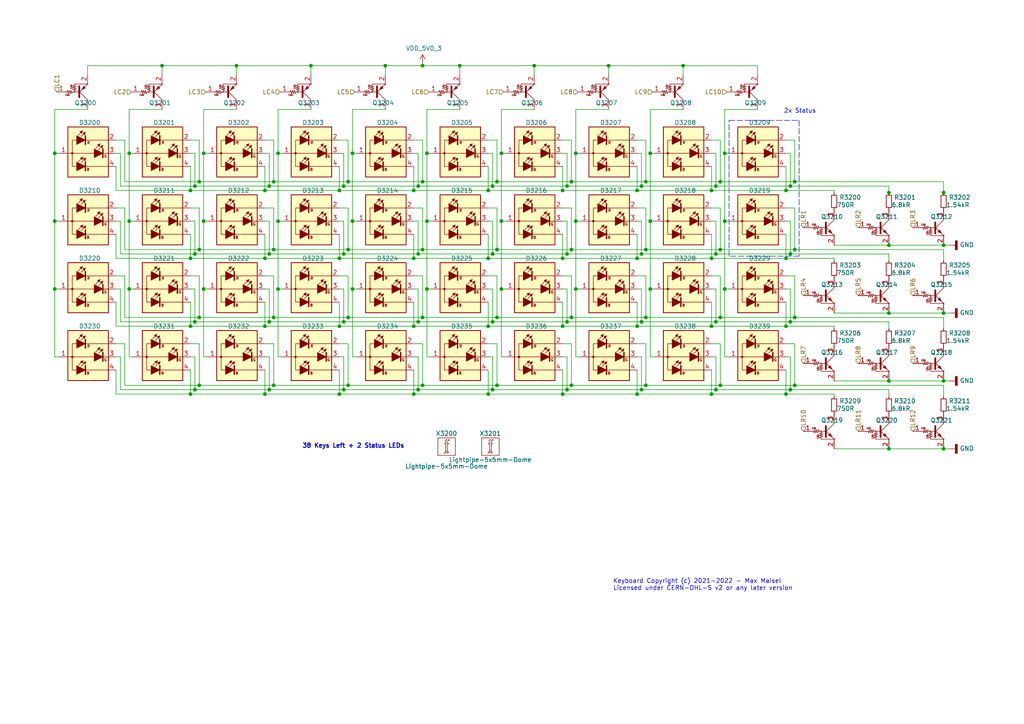
<source format=kicad_sch>
(kicad_sch (version 20211123) (generator eeschema)
  (paper "A4")
  (junction (at 208.915 111.76))
  (junction (at 165.735 52.705))
  (junction (at 184.785 74.93))
  (junction (at 184.785 114.3))
  (junction (at 186.055 93.345))
  (junction (at 257.81 130.175))
  (junction (at 80.645 64.135))
  (junction (at 257.81 110.49))
  (junction (at 120.015 114.3))
  (junction (at 122.555 111.76))
  (junction (at 227.965 55.245))
  (junction (at 79.375 92.075))
  (junction (at 206.375 74.93))
  (junction (at 56.515 113.03))
  (junction (at 100.965 111.76))
  (junction (at 99.695 53.975))
  (junction (at 167.005 83.82))
  (junction (at 165.735 72.39))
  (junction (at 145.415 64.135))
  (junction (at 207.645 53.975))
  (junction (at 120.015 55.245))
  (junction (at 144.145 52.705))
  (junction (at 187.325 111.76))
  (junction (at 142.875 53.975))
  (junction (at 122.555 92.075))
  (junction (at 187.325 92.075))
  (junction (at 257.81 71.12))
  (junction (at 230.505 92.075))
  (junction (at 165.735 92.075))
  (junction (at 229.235 73.66))
  (junction (at 79.375 52.705))
  (junction (at 208.915 92.075))
  (junction (at 55.245 94.615))
  (junction (at 121.285 93.345))
  (junction (at 15.875 64.135))
  (junction (at 206.375 55.245))
  (junction (at 164.465 93.345))
  (junction (at 145.415 83.82))
  (junction (at 188.595 83.82))
  (junction (at 144.145 92.075))
  (junction (at 121.285 113.03))
  (junction (at 46.99 19.05))
  (junction (at 98.425 94.615))
  (junction (at 37.465 44.45))
  (junction (at 76.835 74.93))
  (junction (at 154.94 19.05))
  (junction (at 55.245 114.3))
  (junction (at 207.645 113.03))
  (junction (at 230.505 72.39))
  (junction (at 123.825 44.45))
  (junction (at 142.875 93.345))
  (junction (at 100.965 52.705))
  (junction (at 210.185 83.82))
  (junction (at 55.245 55.245))
  (junction (at 59.055 44.45))
  (junction (at 184.785 94.615))
  (junction (at 78.105 73.66))
  (junction (at 273.685 55.88))
  (junction (at 56.515 73.66))
  (junction (at 55.245 74.93))
  (junction (at 99.695 93.345))
  (junction (at 15.875 44.45))
  (junction (at 76.835 55.245))
  (junction (at 120.015 74.93))
  (junction (at 59.055 83.82))
  (junction (at 184.785 55.245))
  (junction (at 164.465 73.66))
  (junction (at 57.785 52.705))
  (junction (at 111.76 19.05))
  (junction (at 57.785 111.76))
  (junction (at 79.375 72.39))
  (junction (at 187.325 52.705))
  (junction (at 186.055 113.03))
  (junction (at 142.875 73.66))
  (junction (at 79.375 111.76))
  (junction (at 102.235 83.82))
  (junction (at 163.195 55.245))
  (junction (at 145.415 44.45))
  (junction (at 142.875 113.03))
  (junction (at 123.825 83.82))
  (junction (at 120.015 94.615))
  (junction (at 208.915 72.39))
  (junction (at 186.055 53.975))
  (junction (at 99.695 113.03))
  (junction (at 176.53 19.05))
  (junction (at 198.12 19.05))
  (junction (at 206.375 114.3))
  (junction (at 80.645 44.45))
  (junction (at 76.835 94.615))
  (junction (at 99.695 73.66))
  (junction (at 15.875 83.82))
  (junction (at 102.235 64.135))
  (junction (at 123.825 64.135))
  (junction (at 167.005 44.45))
  (junction (at 37.465 83.82))
  (junction (at 68.58 19.05))
  (junction (at 100.965 72.39))
  (junction (at 230.505 52.705))
  (junction (at 121.285 53.975))
  (junction (at 163.195 114.3))
  (junction (at 273.685 90.805))
  (junction (at 98.425 114.3))
  (junction (at 76.835 114.3))
  (junction (at 186.055 73.66))
  (junction (at 78.105 113.03))
  (junction (at 188.595 64.135))
  (junction (at 206.375 94.615))
  (junction (at 229.235 113.03))
  (junction (at 229.235 93.345))
  (junction (at 122.555 72.39))
  (junction (at 80.645 83.82))
  (junction (at 141.605 114.3))
  (junction (at 208.915 52.705))
  (junction (at 165.735 111.76))
  (junction (at 78.105 93.345))
  (junction (at 37.465 64.135))
  (junction (at 210.185 64.135))
  (junction (at 207.645 73.66))
  (junction (at 187.325 72.39))
  (junction (at 57.785 72.39))
  (junction (at 59.055 64.135))
  (junction (at 273.685 130.175))
  (junction (at 210.185 44.45))
  (junction (at 273.685 110.49))
  (junction (at 188.595 44.45))
  (junction (at 164.465 113.03))
  (junction (at 207.645 93.345))
  (junction (at 57.785 92.075))
  (junction (at 56.515 93.345))
  (junction (at 163.195 94.615))
  (junction (at 56.515 53.975))
  (junction (at 257.81 55.88))
  (junction (at 133.35 19.05))
  (junction (at 90.17 19.05))
  (junction (at 229.235 53.975))
  (junction (at 102.235 44.45))
  (junction (at 144.145 72.39))
  (junction (at 144.145 111.76))
  (junction (at 227.965 74.93))
  (junction (at 78.105 53.975))
  (junction (at 141.605 94.615))
  (junction (at 227.965 94.615))
  (junction (at 121.285 73.66))
  (junction (at 163.195 74.93))
  (junction (at 227.965 114.3))
  (junction (at 122.555 52.705))
  (junction (at 100.965 92.075))
  (junction (at 122.555 19.05))
  (junction (at 98.425 74.93))
  (junction (at 230.505 111.76))
  (junction (at 98.425 55.245))
  (junction (at 273.685 71.12))
  (junction (at 141.605 55.245))
  (junction (at 257.81 90.805))
  (junction (at 141.605 74.93))
  (junction (at 167.005 64.135))
  (junction (at 164.465 53.975))
  (wire (pts (xy 55.245 80.01) (xy 57.785 80.01)))
  (wire (pts (xy 273.685 55.88) (xy 273.685 56.515)))
  (wire (pts (xy 122.555 111.76) (xy 144.145 111.76)))
  (wire (pts (xy 167.005 44.45) (xy 167.005 64.135)))
  (wire (pts (xy 76.835 87.63) (xy 76.835 94.615)))
  (wire (pts (xy 33.655 44.45) (xy 34.925 44.45)))
  (wire (pts (xy 167.005 83.82) (xy 167.005 103.505)))
  (wire (pts (xy 163.195 94.615) (xy 184.785 94.615)))
  (wire (pts (xy 76.835 64.135) (xy 78.105 64.135)))
  (wire (pts (xy 188.595 64.135) (xy 188.595 83.82)))
  (wire (pts (xy 241.935 94.615) (xy 241.935 95.25)))
  (wire (pts (xy 56.515 73.66) (xy 78.105 73.66)))
  (wire (pts (xy 121.285 73.66) (xy 142.875 73.66)))
  (wire (pts (xy 15.875 44.45) (xy 15.875 64.135)))
  (wire (pts (xy 165.735 60.325) (xy 163.195 60.325)))
  (wire (pts (xy 187.325 72.39) (xy 208.915 72.39)))
  (wire (pts (xy 275.59 90.805) (xy 273.685 90.805)))
  (wire (pts (xy 98.425 87.63) (xy 98.425 94.615)))
  (wire (pts (xy 120.015 44.45) (xy 121.285 44.45)))
  (wire (pts (xy 123.825 44.45) (xy 123.825 64.135)))
  (wire (pts (xy 211.455 103.505) (xy 210.185 103.505)))
  (wire (pts (xy 146.685 103.505) (xy 145.415 103.505)))
  (wire (pts (xy 57.785 40.64) (xy 57.785 52.705)))
  (wire (pts (xy 208.915 40.64) (xy 208.915 52.705)))
  (wire (pts (xy 122.555 19.05) (xy 133.35 19.05)))
  (wire (pts (xy 103.505 44.45) (xy 102.235 44.45)))
  (wire (pts (xy 206.375 94.615) (xy 227.965 94.615)))
  (wire (pts (xy 144.145 72.39) (xy 165.735 72.39)))
  (wire (pts (xy 164.465 73.66) (xy 186.055 73.66)))
  (wire (pts (xy 55.245 48.26) (xy 55.245 55.245)))
  (wire (pts (xy 33.655 114.3) (xy 55.245 114.3)))
  (wire (pts (xy 188.595 31.75) (xy 198.12 31.75)))
  (wire (pts (xy 99.695 113.03) (xy 121.285 113.03)))
  (wire (pts (xy 33.655 48.26) (xy 33.655 55.245)))
  (wire (pts (xy 163.195 48.26) (xy 163.195 55.245)))
  (wire (pts (xy 100.965 92.075) (xy 122.555 92.075)))
  (wire (pts (xy 187.325 80.01) (xy 187.325 92.075)))
  (wire (pts (xy 76.835 114.3) (xy 98.425 114.3)))
  (wire (pts (xy 78.105 53.975) (xy 56.515 53.975)))
  (wire (pts (xy 186.055 83.82) (xy 186.055 93.345)))
  (wire (pts (xy 55.245 40.64) (xy 57.785 40.64)))
  (wire (pts (xy 34.925 103.505) (xy 33.655 103.505)))
  (wire (pts (xy 186.055 44.45) (xy 186.055 53.975)))
  (wire (pts (xy 76.835 99.695) (xy 79.375 99.695)))
  (wire (pts (xy 123.825 31.75) (xy 133.35 31.75)))
  (wire (pts (xy 208.915 60.325) (xy 208.915 72.39)))
  (wire (pts (xy 184.785 107.315) (xy 184.785 114.3)))
  (wire (pts (xy 79.375 111.76) (xy 100.965 111.76)))
  (wire (pts (xy 37.465 64.135) (xy 37.465 83.82)))
  (wire (pts (xy 55.245 67.945) (xy 55.245 74.93)))
  (wire (pts (xy 273.685 90.805) (xy 257.81 90.805)))
  (wire (pts (xy 98.425 48.26) (xy 98.425 55.245)))
  (wire (pts (xy 208.915 80.01) (xy 208.915 92.075)))
  (wire (pts (xy 120.015 107.315) (xy 120.015 114.3)))
  (wire (pts (xy 38.735 64.135) (xy 37.465 64.135)))
  (wire (pts (xy 76.835 67.945) (xy 76.835 74.93)))
  (wire (pts (xy 219.71 19.05) (xy 219.71 21.59)))
  (wire (pts (xy 68.58 19.05) (xy 90.17 19.05)))
  (wire (pts (xy 120.015 87.63) (xy 120.015 94.615)))
  (wire (pts (xy 76.835 48.26) (xy 76.835 55.245)))
  (wire (pts (xy 167.005 31.75) (xy 167.005 44.45)))
  (polyline (pts (xy 231.775 74.295) (xy 211.455 74.295)))
  (wire (pts (xy 59.055 31.75) (xy 59.055 44.45)))
  (wire (pts (xy 163.195 44.45) (xy 164.465 44.45)))
  (wire (pts (xy 38.735 103.505) (xy 37.465 103.505)))
  (wire (pts (xy 78.105 53.975) (xy 78.105 44.45)))
  (wire (pts (xy 81.915 83.82) (xy 80.645 83.82)))
  (wire (pts (xy 227.965 55.245) (xy 241.935 55.245)))
  (wire (pts (xy 79.375 72.39) (xy 57.785 72.39)))
  (wire (pts (xy 144.145 99.695) (xy 141.605 99.695)))
  (wire (pts (xy 99.695 103.505) (xy 98.425 103.505)))
  (wire (pts (xy 164.465 103.505) (xy 163.195 103.505)))
  (wire (pts (xy 133.35 19.05) (xy 154.94 19.05)))
  (wire (pts (xy 210.185 31.75) (xy 210.185 44.45)))
  (wire (pts (xy 142.875 93.345) (xy 164.465 93.345)))
  (wire (pts (xy 78.105 73.66) (xy 99.695 73.66)))
  (wire (pts (xy 125.095 103.505) (xy 123.825 103.505)))
  (wire (pts (xy 208.915 92.075) (xy 230.505 92.075)))
  (wire (pts (xy 164.465 83.82) (xy 163.195 83.82)))
  (wire (pts (xy 59.055 64.135) (xy 59.055 83.82)))
  (wire (pts (xy 164.465 64.135) (xy 164.465 73.66)))
  (wire (pts (xy 146.685 83.82) (xy 145.415 83.82)))
  (polyline (pts (xy 211.455 34.925) (xy 231.775 34.925)))
  (wire (pts (xy 55.245 64.135) (xy 56.515 64.135)))
  (wire (pts (xy 230.505 92.075) (xy 273.685 92.075)))
  (wire (pts (xy 141.605 114.3) (xy 163.195 114.3)))
  (wire (pts (xy 78.105 83.82) (xy 78.105 93.345)))
  (wire (pts (xy 81.915 44.45) (xy 80.645 44.45)))
  (wire (pts (xy 257.81 113.03) (xy 229.235 113.03)))
  (wire (pts (xy 206.375 67.945) (xy 206.375 74.93)))
  (wire (pts (xy 206.375 74.93) (xy 227.965 74.93)))
  (wire (pts (xy 98.425 107.315) (xy 98.425 114.3)))
  (wire (pts (xy 189.865 64.135) (xy 188.595 64.135)))
  (wire (pts (xy 98.425 60.325) (xy 100.965 60.325)))
  (wire (pts (xy 141.605 40.64) (xy 144.145 40.64)))
  (wire (pts (xy 57.785 99.695) (xy 57.785 111.76)))
  (wire (pts (xy 141.605 64.135) (xy 142.875 64.135)))
  (wire (pts (xy 241.935 114.3) (xy 241.935 114.935)))
  (wire (pts (xy 186.055 64.135) (xy 186.055 73.66)))
  (wire (pts (xy 111.76 19.05) (xy 122.555 19.05)))
  (wire (pts (xy 145.415 44.45) (xy 145.415 64.135)))
  (wire (pts (xy 142.875 103.505) (xy 141.605 103.505)))
  (wire (pts (xy 34.925 113.03) (xy 34.925 103.505)))
  (wire (pts (xy 206.375 83.82) (xy 207.645 83.82)))
  (wire (pts (xy 122.555 99.695) (xy 122.555 111.76)))
  (wire (pts (xy 100.965 99.695) (xy 100.965 111.76)))
  (wire (pts (xy 102.235 31.75) (xy 102.235 44.45)))
  (wire (pts (xy 125.095 83.82) (xy 123.825 83.82)))
  (wire (pts (xy 142.875 83.82) (xy 142.875 93.345)))
  (wire (pts (xy 99.695 64.135) (xy 99.695 73.66)))
  (wire (pts (xy 141.605 87.63) (xy 141.605 94.615)))
  (wire (pts (xy 206.375 40.64) (xy 208.915 40.64)))
  (wire (pts (xy 122.555 60.325) (xy 122.555 72.39)))
  (wire (pts (xy 98.425 94.615) (xy 120.015 94.615)))
  (wire (pts (xy 144.145 111.76) (xy 165.735 111.76)))
  (wire (pts (xy 36.195 72.39) (xy 57.785 72.39)))
  (wire (pts (xy 123.825 64.135) (xy 123.825 83.82)))
  (wire (pts (xy 154.94 19.05) (xy 176.53 19.05)))
  (wire (pts (xy 99.695 53.975) (xy 121.285 53.975)))
  (wire (pts (xy 206.375 107.315) (xy 206.375 114.3)))
  (wire (pts (xy 99.695 83.82) (xy 99.695 93.345)))
  (wire (pts (xy 80.645 64.135) (xy 80.645 83.82)))
  (wire (pts (xy 227.965 44.45) (xy 229.235 44.45)))
  (wire (pts (xy 142.875 73.66) (xy 164.465 73.66)))
  (wire (pts (xy 241.935 130.175) (xy 257.81 130.175)))
  (wire (pts (xy 142.875 44.45) (xy 142.875 53.975)))
  (wire (pts (xy 59.055 44.45) (xy 59.055 64.135)))
  (wire (pts (xy 227.965 94.615) (xy 241.935 94.615)))
  (wire (pts (xy 55.245 114.3) (xy 76.835 114.3)))
  (wire (pts (xy 165.735 99.695) (xy 163.195 99.695)))
  (wire (pts (xy 57.785 92.075) (xy 79.375 92.075)))
  (wire (pts (xy 227.965 114.3) (xy 241.935 114.3)))
  (wire (pts (xy 46.99 21.59) (xy 46.99 19.05)))
  (wire (pts (xy 229.235 53.975) (xy 257.81 53.975)))
  (wire (pts (xy 120.015 94.615) (xy 141.605 94.615)))
  (wire (pts (xy 187.325 92.075) (xy 208.915 92.075)))
  (wire (pts (xy 25.4 19.05) (xy 46.99 19.05)))
  (wire (pts (xy 36.195 92.075) (xy 57.785 92.075)))
  (wire (pts (xy 207.645 103.505) (xy 207.645 113.03)))
  (wire (pts (xy 100.965 111.76) (xy 122.555 111.76)))
  (wire (pts (xy 198.12 21.59) (xy 198.12 19.05)))
  (wire (pts (xy 98.425 83.82) (xy 99.695 83.82)))
  (wire (pts (xy 187.325 111.76) (xy 208.915 111.76)))
  (wire (pts (xy 76.835 107.315) (xy 76.835 114.3)))
  (wire (pts (xy 230.505 52.705) (xy 273.685 52.705)))
  (wire (pts (xy 207.645 73.66) (xy 229.235 73.66)))
  (wire (pts (xy 100.965 52.705) (xy 122.555 52.705)))
  (wire (pts (xy 144.145 60.325) (xy 144.145 72.39)))
  (wire (pts (xy 122.555 18.415) (xy 122.555 19.05)))
  (wire (pts (xy 98.425 64.135) (xy 99.695 64.135)))
  (wire (pts (xy 56.515 113.03) (xy 78.105 113.03)))
  (wire (pts (xy 229.235 83.82) (xy 229.235 93.345)))
  (wire (pts (xy 79.375 52.705) (xy 100.965 52.705)))
  (wire (pts (xy 98.425 114.3) (xy 120.015 114.3)))
  (wire (pts (xy 210.185 64.135) (xy 210.185 83.82)))
  (wire (pts (xy 207.645 103.505) (xy 206.375 103.505)))
  (wire (pts (xy 99.695 113.03) (xy 78.105 113.03)))
  (wire (pts (xy 207.645 64.135) (xy 207.645 73.66)))
  (wire (pts (xy 184.785 74.93) (xy 206.375 74.93)))
  (wire (pts (xy 34.925 93.345) (xy 56.515 93.345)))
  (wire (pts (xy 103.505 83.82) (xy 102.235 83.82)))
  (wire (pts (xy 241.935 74.93) (xy 241.935 75.565)))
  (wire (pts (xy 188.595 83.82) (xy 188.595 103.505)))
  (wire (pts (xy 257.81 55.88) (xy 257.81 56.515)))
  (wire (pts (xy 121.285 103.505) (xy 120.015 103.505)))
  (wire (pts (xy 78.105 103.505) (xy 78.105 113.03)))
  (wire (pts (xy 227.965 80.01) (xy 230.505 80.01)))
  (wire (pts (xy 33.655 94.615) (xy 55.245 94.615)))
  (wire (pts (xy 187.325 60.325) (xy 187.325 72.39)))
  (wire (pts (xy 34.925 113.03) (xy 56.515 113.03)))
  (wire (pts (xy 273.685 92.075) (xy 273.685 95.25)))
  (wire (pts (xy 123.825 31.75) (xy 123.825 44.45)))
  (wire (pts (xy 168.275 44.45) (xy 167.005 44.45)))
  (wire (pts (xy 163.195 67.945) (xy 163.195 74.93)))
  (wire (pts (xy 141.605 80.01) (xy 144.145 80.01)))
  (wire (pts (xy 163.195 80.01) (xy 165.735 80.01)))
  (wire (pts (xy 120.015 83.82) (xy 121.285 83.82)))
  (wire (pts (xy 142.875 53.975) (xy 164.465 53.975)))
  (wire (pts (xy 144.145 80.01) (xy 144.145 92.075)))
  (wire (pts (xy 229.235 64.135) (xy 229.235 73.66)))
  (wire (pts (xy 98.425 44.45) (xy 99.695 44.45)))
  (wire (pts (xy 230.505 99.695) (xy 230.505 111.76)))
  (wire (pts (xy 186.055 103.505) (xy 184.785 103.505)))
  (wire (pts (xy 100.965 40.64) (xy 100.965 52.705)))
  (wire (pts (xy 121.285 44.45) (xy 121.285 53.975)))
  (wire (pts (xy 184.785 83.82) (xy 186.055 83.82)))
  (wire (pts (xy 187.325 99.695) (xy 187.325 111.76)))
  (wire (pts (xy 141.605 83.82) (xy 142.875 83.82)))
  (wire (pts (xy 168.275 64.135) (xy 167.005 64.135)))
  (wire (pts (xy 206.375 60.325) (xy 208.915 60.325)))
  (wire (pts (xy 206.375 87.63) (xy 206.375 94.615)))
  (wire (pts (xy 229.235 113.03) (xy 207.645 113.03)))
  (wire (pts (xy 55.245 99.695) (xy 57.785 99.695)))
  (wire (pts (xy 55.245 107.315) (xy 55.245 114.3)))
  (wire (pts (xy 141.605 107.315) (xy 141.605 114.3)))
  (wire (pts (xy 206.375 80.01) (xy 208.915 80.01)))
  (wire (pts (xy 184.785 40.64) (xy 187.325 40.64)))
  (wire (pts (xy 208.915 111.76) (xy 230.505 111.76)))
  (wire (pts (xy 33.655 99.695) (xy 36.195 99.695)))
  (wire (pts (xy 17.145 44.45) (xy 15.875 44.45)))
  (wire (pts (xy 57.785 52.705) (xy 79.375 52.705)))
  (wire (pts (xy 165.735 92.075) (xy 187.325 92.075)))
  (wire (pts (xy 188.595 31.75) (xy 188.595 44.45)))
  (wire (pts (xy 120.015 74.93) (xy 141.605 74.93)))
  (wire (pts (xy 34.925 73.66) (xy 34.925 64.135)))
  (wire (pts (xy 17.145 103.505) (xy 15.875 103.505)))
  (wire (pts (xy 207.645 93.345) (xy 229.235 93.345)))
  (wire (pts (xy 55.245 83.82) (xy 56.515 83.82)))
  (wire (pts (xy 141.605 67.945) (xy 141.605 74.93)))
  (wire (pts (xy 99.695 73.66) (xy 121.285 73.66)))
  (wire (pts (xy 25.4 21.59) (xy 25.4 19.05)))
  (wire (pts (xy 123.825 83.82) (xy 123.825 103.505)))
  (wire (pts (xy 186.055 64.135) (xy 184.785 64.135)))
  (wire (pts (xy 227.965 107.315) (xy 227.965 114.3)))
  (wire (pts (xy 257.81 110.49) (xy 273.685 110.49)))
  (wire (pts (xy 100.965 60.325) (xy 100.965 72.39)))
  (wire (pts (xy 208.915 99.695) (xy 208.915 111.76)))
  (wire (pts (xy 164.465 83.82) (xy 164.465 93.345)))
  (wire (pts (xy 76.835 55.245) (xy 98.425 55.245)))
  (wire (pts (xy 76.835 94.615) (xy 98.425 94.615)))
  (wire (pts (xy 120.015 55.245) (xy 141.605 55.245)))
  (wire (pts (xy 80.645 83.82) (xy 80.645 103.505)))
  (wire (pts (xy 55.245 55.245) (xy 76.835 55.245)))
  (wire (pts (xy 55.245 94.615) (xy 76.835 94.615)))
  (wire (pts (xy 34.925 44.45) (xy 34.925 53.975)))
  (wire (pts (xy 164.465 53.975) (xy 186.055 53.975)))
  (wire (pts (xy 146.685 64.135) (xy 145.415 64.135)))
  (wire (pts (xy 56.515 83.82) (xy 56.515 93.345)))
  (wire (pts (xy 176.53 19.05) (xy 198.12 19.05)))
  (wire (pts (xy 76.835 103.505) (xy 78.105 103.505)))
  (wire (pts (xy 167.005 64.135) (xy 167.005 83.82)))
  (wire (pts (xy 230.505 72.39) (xy 273.685 72.39)))
  (wire (pts (xy 15.875 83.82) (xy 15.875 103.505)))
  (wire (pts (xy 80.645 31.75) (xy 90.17 31.75)))
  (wire (pts (xy 229.235 103.505) (xy 229.235 113.03)))
  (wire (pts (xy 165.735 111.76) (xy 187.325 111.76)))
  (wire (pts (xy 146.685 44.45) (xy 145.415 44.45)))
  (wire (pts (xy 78.105 83.82) (xy 76.835 83.82)))
  (wire (pts (xy 34.925 93.345) (xy 34.925 83.82)))
  (wire (pts (xy 57.785 60.325) (xy 57.785 72.39)))
  (wire (pts (xy 165.735 60.325) (xy 165.735 72.39)))
  (wire (pts (xy 145.415 83.82) (xy 145.415 103.505)))
  (wire (pts (xy 273.685 111.76) (xy 273.685 114.935)))
  (polyline (pts (xy 211.455 74.295) (xy 211.455 34.925)))
  (wire (pts (xy 184.785 60.325) (xy 187.325 60.325)))
  (wire (pts (xy 165.735 52.705) (xy 187.325 52.705)))
  (wire (pts (xy 144.145 92.075) (xy 165.735 92.075)))
  (wire (pts (xy 273.685 52.705) (xy 273.685 55.88)))
  (wire (pts (xy 273.685 72.39) (xy 273.685 75.565)))
  (wire (pts (xy 141.605 55.245) (xy 163.195 55.245)))
  (wire (pts (xy 163.195 74.93) (xy 184.785 74.93)))
  (wire (pts (xy 36.195 60.325) (xy 36.195 72.39)))
  (wire (pts (xy 98.425 67.945) (xy 98.425 74.93)))
  (wire (pts (xy 34.925 73.66) (xy 56.515 73.66)))
  (wire (pts (xy 33.655 40.64) (xy 36.195 40.64)))
  (wire (pts (xy 227.965 74.93) (xy 241.935 74.93)))
  (wire (pts (xy 184.785 67.945) (xy 184.785 74.93)))
  (wire (pts (xy 76.835 40.64) (xy 79.375 40.64)))
  (wire (pts (xy 33.655 60.325) (xy 36.195 60.325)))
  (wire (pts (xy 165.735 80.01) (xy 165.735 92.075)))
  (wire (pts (xy 55.245 44.45) (xy 56.515 44.45)))
  (wire (pts (xy 59.055 31.75) (xy 68.58 31.75)))
  (wire (pts (xy 207.645 44.45) (xy 207.645 53.975)))
  (wire (pts (xy 33.655 83.82) (xy 34.925 83.82)))
  (wire (pts (xy 184.785 48.26) (xy 184.785 55.245)))
  (wire (pts (xy 102.235 83.82) (xy 102.235 103.505)))
  (wire (pts (xy 165.735 72.39) (xy 187.325 72.39)))
  (wire (pts (xy 33.655 80.01) (xy 36.195 80.01)))
  (wire (pts (xy 34.925 64.135) (xy 33.655 64.135)))
  (wire (pts (xy 98.425 40.64) (xy 100.965 40.64)))
  (wire (pts (xy 79.375 80.01) (xy 79.375 92.075)))
  (wire (pts (xy 122.555 40.64) (xy 122.555 52.705)))
  (wire (pts (xy 100.965 72.39) (xy 122.555 72.39)))
  (wire (pts (xy 36.195 80.01) (xy 36.195 92.075)))
  (wire (pts (xy 103.505 64.135) (xy 102.235 64.135)))
  (wire (pts (xy 206.375 64.135) (xy 207.645 64.135)))
  (wire (pts (xy 164.465 44.45) (xy 164.465 53.975)))
  (wire (pts (xy 55.245 87.63) (xy 55.245 94.615)))
  (wire (pts (xy 122.555 80.01) (xy 122.555 92.075)))
  (wire (pts (xy 122.555 92.075) (xy 144.145 92.075)))
  (wire (pts (xy 76.835 60.325) (xy 79.375 60.325)))
  (wire (pts (xy 154.94 21.59) (xy 154.94 19.05)))
  (wire (pts (xy 168.275 103.505) (xy 167.005 103.505)))
  (wire (pts (xy 122.555 72.39) (xy 144.145 72.39)))
  (wire (pts (xy 98.425 55.245) (xy 120.015 55.245)))
  (wire (pts (xy 142.875 113.03) (xy 164.465 113.03)))
  (wire (pts (xy 56.515 103.505) (xy 56.515 113.03)))
  (wire (pts (xy 229.235 93.345) (xy 257.81 93.345)))
  (wire (pts (xy 33.655 55.245) (xy 55.245 55.245)))
  (wire (pts (xy 206.375 114.3) (xy 227.965 114.3)))
  (wire (pts (xy 79.375 60.325) (xy 79.375 72.39)))
  (wire (pts (xy 142.875 103.505) (xy 142.875 113.03)))
  (wire (pts (xy 257.81 71.12) (xy 273.685 71.12)))
  (wire (pts (xy 57.785 111.76) (xy 79.375 111.76)))
  (wire (pts (xy 111.76 21.59) (xy 111.76 19.05)))
  (wire (pts (xy 184.785 94.615) (xy 206.375 94.615)))
  (wire (pts (xy 187.325 40.64) (xy 187.325 52.705)))
  (wire (pts (xy 163.195 107.315) (xy 163.195 114.3)))
  (wire (pts (xy 184.785 80.01) (xy 187.325 80.01)))
  (wire (pts (xy 227.965 87.63) (xy 227.965 94.615)))
  (wire (pts (xy 121.285 103.505) (xy 121.285 113.03)))
  (wire (pts (xy 15.875 64.135) (xy 15.875 83.82)))
  (wire (pts (xy 55.245 60.325) (xy 57.785 60.325)))
  (wire (pts (xy 15.875 31.75) (xy 25.4 31.75)))
  (wire (pts (xy 184.785 114.3) (xy 206.375 114.3)))
  (wire (pts (xy 76.835 74.93) (xy 55.245 74.93)))
  (wire (pts (xy 186.055 103.505) (xy 186.055 113.03)))
  (wire (pts (xy 211.455 64.135) (xy 210.185 64.135)))
  (wire (pts (xy 60.325 44.45) (xy 59.055 44.45)))
  (wire (pts (xy 79.375 92.075) (xy 100.965 92.075)))
  (wire (pts (xy 168.275 83.82) (xy 167.005 83.82)))
  (wire (pts (xy 98.425 74.93) (xy 120.015 74.93)))
  (wire (pts (xy 60.325 64.135) (xy 59.055 64.135)))
  (wire (pts (xy 56.515 64.135) (xy 56.515 73.66)))
  (wire (pts (xy 198.12 19.05) (xy 219.71 19.05)))
  (wire (pts (xy 163.195 55.245) (xy 184.785 55.245)))
  (wire (pts (xy 81.915 103.505) (xy 80.645 103.505)))
  (wire (pts (xy 257.81 130.175) (xy 273.685 130.175)))
  (wire (pts (xy 33.655 87.63) (xy 33.655 94.615)))
  (wire (pts (xy 36.195 99.695) (xy 36.195 111.76)))
  (wire (pts (xy 60.325 103.505) (xy 59.055 103.505)))
  (wire (pts (xy 46.99 19.05) (xy 68.58 19.05)))
  (wire (pts (xy 141.605 60.325) (xy 144.145 60.325)))
  (wire (pts (xy 210.185 83.82) (xy 210.185 103.505)))
  (wire (pts (xy 37.465 31.75) (xy 46.99 31.75)))
  (wire (pts (xy 33.655 107.315) (xy 33.655 114.3)))
  (wire (pts (xy 78.105 93.345) (xy 99.695 93.345)))
  (wire (pts (xy 145.415 31.75) (xy 145.415 44.45)))
  (wire (pts (xy 36.195 40.64) (xy 36.195 52.705)))
  (wire (pts (xy 125.095 64.135) (xy 123.825 64.135)))
  (wire (pts (xy 76.835 80.01) (xy 79.375 80.01)))
  (wire (pts (xy 211.455 44.45) (xy 210.185 44.45)))
  (wire (pts (xy 79.375 40.64) (xy 79.375 52.705)))
  (wire (pts (xy 273.685 130.175) (xy 275.59 130.175)))
  (wire (pts (xy 78.105 64.135) (xy 78.105 73.66)))
  (wire (pts (xy 229.235 83.82) (xy 227.965 83.82)))
  (wire (pts (xy 144.145 52.705) (xy 165.735 52.705)))
  (wire (pts (xy 273.685 110.49) (xy 275.59 110.49)))
  (wire (pts (xy 120.015 67.945) (xy 120.015 74.93)))
  (wire (pts (xy 141.605 48.26) (xy 141.605 55.245)))
  (wire (pts (xy 165.735 40.64) (xy 165.735 52.705)))
  (wire (pts (xy 210.185 44.45) (xy 210.185 64.135)))
  (wire (pts (xy 120.015 48.26) (xy 120.015 55.245)))
  (wire (pts (xy 163.195 40.64) (xy 165.735 40.64)))
  (wire (pts (xy 56.515 44.45) (xy 56.515 53.975)))
  (wire (pts (xy 208.915 99.695) (xy 206.375 99.695)))
  (wire (pts (xy 257.81 90.805) (xy 241.935 90.805)))
  (wire (pts (xy 230.505 99.695) (xy 227.965 99.695)))
  (wire (pts (xy 90.17 19.05) (xy 111.76 19.05)))
  (wire (pts (xy 229.235 73.66) (xy 257.81 73.66)))
  (wire (pts (xy 68.58 21.59) (xy 68.58 19.05)))
  (wire (pts (xy 17.145 83.82) (xy 15.875 83.82)))
  (wire (pts (xy 189.865 83.82) (xy 188.595 83.82)))
  (wire (pts (xy 184.785 55.245) (xy 206.375 55.245)))
  (wire (pts (xy 186.055 113.03) (xy 207.645 113.03)))
  (wire (pts (xy 33.655 74.93) (xy 55.245 74.93)))
  (wire (pts (xy 144.145 40.64) (xy 144.145 52.705)))
  (wire (pts (xy 98.425 80.01) (xy 100.965 80.01)))
  (wire (pts (xy 230.505 80.01) (xy 230.505 92.075)))
  (wire (pts (xy 15.875 31.75) (xy 15.875 44.45)))
  (wire (pts (xy 56.515 93.345) (xy 78.105 93.345)))
  (wire (pts (xy 120.015 40.64) (xy 122.555 40.64)))
  (wire (pts (xy 257.81 73.66) (xy 257.81 75.565)))
  (wire (pts (xy 164.465 113.03) (xy 186.055 113.03)))
  (wire (pts (xy 76.835 74.93) (xy 98.425 74.93)))
  (wire (pts (xy 184.785 99.695) (xy 187.325 99.695)))
  (wire (pts (xy 102.235 31.75) (xy 111.76 31.75)))
  (wire (pts (xy 36.195 111.76) (xy 57.785 111.76)))
  (wire (pts (xy 207.645 53.975) (xy 229.235 53.975)))
  (wire (pts (xy 80.645 31.75) (xy 80.645 44.45)))
  (wire (pts (xy 59.055 83.82) (xy 59.055 103.505)))
  (wire (pts (xy 133.35 21.59) (xy 133.35 19.05)))
  (wire (pts (xy 241.935 110.49) (xy 257.81 110.49)))
  (wire (pts (xy 121.285 64.135) (xy 120.015 64.135)))
  (wire (pts (xy 186.055 53.975) (xy 207.645 53.975)))
  (wire (pts (xy 60.325 83.82) (xy 59.055 83.82)))
  (wire (pts (xy 79.375 99.695) (xy 79.375 111.76)))
  (wire (pts (xy 145.415 31.75) (xy 154.94 31.75)))
  (wire (pts (xy 98.425 99.695) (xy 100.965 99.695)))
  (wire (pts (xy 184.785 87.63) (xy 184.785 94.615)))
  (wire (pts (xy 121.285 113.03) (xy 142.875 113.03)))
  (wire (pts (xy 78.105 53.975) (xy 99.695 53.975)))
  (wire (pts (xy 257.81 114.935) (xy 257.81 113.03)))
  (wire (pts (xy 230.505 111.76) (xy 273.685 111.76)))
  (wire (pts (xy 99.695 103.505) (xy 99.695 113.03)))
  (wire (pts (xy 229.235 44.45) (xy 229.235 53.975)))
  (wire (pts (xy 125.095 44.45) (xy 123.825 44.45)))
  (wire (pts (xy 122.555 52.705) (xy 144.145 52.705)))
  (wire (pts (xy 79.375 72.39) (xy 100.965 72.39)))
  (wire (pts (xy 120.015 114.3) (xy 141.605 114.3)))
  (wire (pts (xy 55.245 103.505) (xy 56.515 103.505)))
  (wire (pts (xy 17.145 64.135) (xy 15.875 64.135)))
  (wire (pts (xy 78.105 44.45) (xy 76.835 44.45)))
  (wire (pts (xy 36.195 52.705) (xy 57.785 52.705)))
  (wire (pts (xy 100.965 80.01) (xy 100.965 92.075)))
  (wire (pts (xy 90.17 19.05) (xy 90.17 21.59)))
  (wire (pts (xy 227.965 40.64) (xy 230.505 40.64)))
  (wire (pts (xy 187.325 52.705) (xy 208.915 52.705)))
  (wire (pts (xy 189.865 103.505) (xy 188.595 103.505)))
  (wire (pts (xy 141.605 44.45) (xy 142.875 44.45)))
  (wire (pts (xy 80.645 44.45) (xy 80.645 64.135)))
  (wire (pts (xy 102.235 64.135) (xy 102.235 83.82)))
  (wire (pts (xy 206.375 48.26) (xy 206.375 55.245)))
  (wire (pts (xy 142.875 64.135) (xy 142.875 73.66)))
  (wire (pts (xy 120.015 80.01) (xy 122.555 80.01)))
  (wire (pts (xy 207.645 83.82) (xy 207.645 93.345)))
  (wire (pts (xy 230.505 40.64) (xy 230.505 52.705)))
  (wire (pts (xy 34.925 53.975) (xy 56.515 53.975)))
  (wire (pts (xy 37.465 31.75) (xy 37.465 44.45)))
  (wire (pts (xy 227.965 67.945) (xy 227.965 74.93)))
  (wire (pts (xy 57.785 80.01) (xy 57.785 92.075)))
  (wire (pts (xy 99.695 93.345) (xy 121.285 93.345)))
  (wire (pts (xy 188.595 44.45) (xy 188.595 64.135)))
  (wire (pts (xy 210.185 31.75) (xy 219.71 31.75)))
  (wire (pts (xy 37.465 83.82) (xy 37.465 103.505)))
  (wire (pts (xy 103.505 103.505) (xy 102.235 103.505)))
  (wire (pts (xy 141.605 74.93) (xy 163.195 74.93)))
  (wire (pts (xy 164.465 93.345) (xy 186.055 93.345)))
  (wire (pts (xy 186.055 93.345) (xy 207.645 93.345)))
  (wire (pts (xy 165.735 99.695) (xy 165.735 111.76)))
  (wire (pts (xy 120.015 60.325) (xy 122.555 60.325)))
  (wire (pts (xy 141.605 94.615) (xy 163.195 94.615)))
  (wire (pts (xy 229.235 103.505) (xy 227.965 103.505)))
  (wire (pts (xy 241.935 55.245) (xy 241.935 55.88)))
  (wire (pts (xy 227.965 48.26) (xy 227.965 55.245)))
  (wire (pts (xy 230.505 72.39) (xy 208.915 72.39)))
  (wire (pts (xy 164.465 64.135) (xy 163.195 64.135)))
  (wire (pts (xy 230.505 60.325) (xy 227.965 60.325)))
  (wire (pts (xy 229.235 64.135) (xy 227.965 64.135)))
  (wire (pts (xy 211.455 83.82) (xy 210.185 83.82)))
  (wire (pts (xy 99.695 44.45) (xy 99.695 53.975)))
  (wire (pts (xy 257.81 93.345) (xy 257.81 95.25)))
  (wire (pts (xy 121.285 64.135) (xy 121.285 73.66)))
  (wire (pts (xy 230.505 60.325) (xy 230.505 72.39)))
  (wire (pts (xy 176.53 21.59) (xy 176.53 19.05)))
  (wire (pts (xy 164.465 103.505) (xy 164.465 113.03)))
  (wire (pts (xy 163.195 87.63) (xy 163.195 94.615)))
  (wire (pts (xy 33.655 67.945) (xy 33.655 74.93)))
  (wire (pts (xy 167.005 31.75) (xy 176.53 31.75)))
  (wire (pts (xy 38.735 44.45) (xy 37.465 44.45)))
  (wire (pts (xy 144.145 99.695) (xy 144.145 111.76)))
  (wire (pts (xy 121.285 83.82) (xy 121.285 93.345)))
  (polyline (pts (xy 231.775 34.925) (xy 231.775 74.295)))
  (wire (pts (xy 273.685 71.12) (xy 275.59 71.12)))
  (wire (pts (xy 81.915 64.135) (xy 80.645 64.135)))
  (wire (pts (xy 206.375 44.45) (xy 207.645 44.45)))
  (wire (pts (xy 38.735 83.82) (xy 37.465 83.82)))
  (wire (pts (xy 257.81 53.975) (xy 257.81 55.88)))
  (wire (pts (xy 186.055 73.66) (xy 207.645 73.66)))
  (wire (pts (xy 120.015 99.695) (xy 122.555 99.695)))
  (wire (pts (xy 184.785 44.45) (xy 186.055 44.45)))
  (wire (pts (xy 206.375 55.245) (xy 227.965 55.245)))
  (wire (pts (xy 102.235 44.45) (xy 102.235 64.135)))
  (wire (pts (xy 145.415 64.135) (xy 145.415 83.82)))
  (wire (pts (xy 189.865 44.45) (xy 188.595 44.45)))
  (wire (pts (xy 37.465 44.45) (xy 37.465 64.135)))
  (wire (pts (xy 163.195 114.3) (xy 184.785 114.3)))
  (wire (pts (xy 208.915 52.705) (xy 230.505 52.705)))
  (wire (pts (xy 241.935 71.12) (xy 257.81 71.12)))
  (wire (pts (xy 121.285 53.975) (xy 142.875 53.975)))
  (wire (pts (xy 121.285 93.345) (xy 142.875 93.345)))
  (text "38 Keys Left + 2 Status LEDs" (at 87.63 130.175 0) (effects (font (size 1.27 1.27) (thickness 0.254) bold) (justify left bottom)))
  (text "2x Status" (at 227.33 33.02 0) (effects (font (size 1.27 1.27)) (justify left bottom)))
  (text "Keyboard Copyright (c) 2021-2022 - Max Maisel\nLicensed under CERN-OHL-S v2 or any later version" (at 177.8 171.45 0) (effects (font (size 1.27 1.27)) (justify left bottom)))
  (hierarchical_label "LC2" (shape input) (at 38.1 26.67 180))
  (hierarchical_label "LR11" (shape input) (at 248.92 125.095 90))
  (hierarchical_label "LC8" (shape input) (at 167.64 26.67 180))
  (hierarchical_label "LC4" (shape input) (at 81.28 26.67 180))
  (hierarchical_label "LR10" (shape input) (at 233.045 125.095 90))
  (hierarchical_label "LC7" (shape input) (at 146.05 26.67 180))
  (hierarchical_label "LR9" (shape input) (at 264.795 105.41 90))
  (hierarchical_label "LR1" (shape input) (at 233.045 66.04 90))
  (hierarchical_label "LC6" (shape input) (at 124.46 26.67 180))
  (hierarchical_label "LR8" (shape input) (at 248.92 105.41 90))
  (hierarchical_label "LR4" (shape input) (at 233.045 85.725 90))
  (hierarchical_label "LR2" (shape input) (at 248.92 66.04 90))
  (hierarchical_label "LC5" (shape input) (at 102.87 26.67 180))
  (hierarchical_label "LC9" (shape input) (at 189.23 26.67 180))
  (hierarchical_label "LC3" (shape input) (at 59.69 26.67 180))
  (hierarchical_label "LR12" (shape input) (at 264.795 125.095 90))
  (hierarchical_label "LR3" (shape input) (at 264.795 66.04 90))
  (hierarchical_label "LR5" (shape input) (at 248.92 85.725 90))
  (hierarchical_label "LR7" (shape input) (at 233.045 105.41 90))
  (hierarchical_label "LC10" (shape input) (at 210.82 26.67 180))
  (hierarchical_label "LR6" (shape input) (at 264.795 85.725 90))
  (hierarchical_label "LC1" (shape input) (at 16.51 26.67 90))
  (symbol (lib_id "Keyboard:APTF1616LSEEZGKQBKC") (at 26.035 83.82 0) (unit 1)
    (property "Reference" "D3220" (at 26.035 74.93 0))
    (property "Value" "APTF1616LSEEZGKQBKC" (effects hide))
    (property "Footprint" "Keyboard:APTF1616-RGB" (effects hide))
    (property "Datasheet" "http://www.kingbrightusa.com/images/catalog/SPEC/APTF1616LSEEZGKQBKC.pdf" (effects hide))
    (property "mouser#" "604-APTF1616LSEEZGKQ" (effects hide))
  )
  (symbol (lib_id "Keyboard:APTF1616LSEEZGKQBKC") (at 47.625 103.505 0) (unit 1)
    (property "Reference" "D3231" (at 47.625 94.615 0))
    (property "Value" "APTF1616LSEEZGKQBKC" (effects hide))
    (property "Footprint" "Keyboard:APTF1616-RGB" (effects hide))
    (property "Datasheet" "http://www.kingbrightusa.com/images/catalog/SPEC/APTF1616LSEEZGKQBKC.pdf" (effects hide))
    (property "mouser#" "604-APTF1616LSEEZGKQ" (effects hide))
  )
  (symbol (lib_id "Keyboard:APTF1616LSEEZGKQBKC") (at 90.805 103.505 0) (unit 1)
    (property "Reference" "D3233" (at 90.805 94.615 0))
    (property "Value" "APTF1616LSEEZGKQBKC" (effects hide))
    (property "Footprint" "Keyboard:APTF1616-RGB" (effects hide))
    (property "Datasheet" "http://www.kingbrightusa.com/images/catalog/SPEC/APTF1616LSEEZGKQBKC.pdf" (effects hide))
    (property "mouser#" "604-APTF1616LSEEZGKQ" (effects hide))
  )
  (symbol (lib_id "Keyboard:APTF1616LSEEZGKQBKC") (at 112.395 103.505 0) (unit 1)
    (property "Reference" "D3234" (at 112.395 94.615 0))
    (property "Value" "APTF1616LSEEZGKQBKC" (effects hide))
    (property "Footprint" "Keyboard:APTF1616-RGB" (effects hide))
    (property "Datasheet" "http://www.kingbrightusa.com/images/catalog/SPEC/APTF1616LSEEZGKQBKC.pdf" (effects hide))
    (property "mouser#" "604-APTF1616LSEEZGKQ" (effects hide))
  )
  (symbol (lib_id "Keyboard:APTF1616LSEEZGKQBKC") (at 133.985 103.505 0) (unit 1)
    (property "Reference" "D3235" (at 133.985 94.615 0))
    (property "Value" "APTF1616LSEEZGKQBKC" (effects hide))
    (property "Footprint" "Keyboard:APTF1616-RGB" (effects hide))
    (property "Datasheet" "http://www.kingbrightusa.com/images/catalog/SPEC/APTF1616LSEEZGKQBKC.pdf" (effects hide))
    (property "mouser#" "604-APTF1616LSEEZGKQ" (effects hide))
  )
  (symbol (lib_id "Keyboard:APTF1616LSEEZGKQBKC") (at 155.575 103.505 0) (unit 1)
    (property "Reference" "D3236" (at 155.575 94.615 0))
    (property "Value" "APTF1616LSEEZGKQBKC" (effects hide))
    (property "Footprint" "Keyboard:APTF1616-RGB" (effects hide))
    (property "Datasheet" "http://www.kingbrightusa.com/images/catalog/SPEC/APTF1616LSEEZGKQBKC.pdf" (effects hide))
    (property "mouser#" "604-APTF1616LSEEZGKQ" (effects hide))
  )
  (symbol (lib_id "Keyboard:APTF1616LSEEZGKQBKC") (at 26.035 103.505 0) (unit 1)
    (property "Reference" "D3230" (at 26.035 94.615 0))
    (property "Value" "APTF1616LSEEZGKQBKC" (effects hide))
    (property "Footprint" "Keyboard:APTF1616-RGB" (effects hide))
    (property "Datasheet" "http://www.kingbrightusa.com/images/catalog/SPEC/APTF1616LSEEZGKQBKC.pdf" (effects hide))
    (property "mouser#" "604-APTF1616LSEEZGKQ" (effects hide))
  )
  (symbol (lib_id "Keyboard:DTC114EE") (at 271.145 66.04 0) (unit 1)
    (property "Reference" "Q3212" (at 269.875 62.865 0) (effects (justify left)))
    (property "Value" "DTC114EE" (effects hide))
    (property "Footprint" "Keyboard:SC-75" (effects hide))
    (property "Datasheet" "https://eu.mouser.com/datasheet/2/308/DTC114E-D-278467.pdf" (effects hide))
    (property "mouser#" "863-DTC114EET1G" (effects hide))
  )
  (symbol (lib_id "Keyboard:DTC114EE") (at 255.27 66.04 0) (unit 1)
    (property "Reference" "Q3211" (at 254 62.865 0) (effects (justify left)))
    (property "Value" "DTC114EE" (effects hide))
    (property "Footprint" "Keyboard:SC-75" (effects hide))
    (property "Datasheet" "https://eu.mouser.com/datasheet/2/308/DTC114E-D-278467.pdf" (effects hide))
    (property "mouser#" "863-DTC114EET1G" (effects hide))
  )
  (symbol (lib_id "Keyboard:APTF1616LSEEZGKQBKC") (at 26.035 44.45 0) (unit 1)
    (property "Reference" "D3200" (at 26.035 35.56 0))
    (property "Value" "APTF1616LSEEZGKQBKC" (effects hide))
    (property "Footprint" "Keyboard:APTF1616-RGB" (effects hide))
    (property "Datasheet" "http://www.kingbrightusa.com/images/catalog/SPEC/APTF1616LSEEZGKQBKC.pdf" (effects hide))
    (property "mouser#" "604-APTF1616LSEEZGKQ" (effects hide))
  )
  (symbol (lib_id "Keyboard:APTF1616LSEEZGKQBKC") (at 112.395 44.45 0) (unit 1)
    (property "Reference" "D3204" (at 112.395 35.56 0))
    (property "Value" "APTF1616LSEEZGKQBKC" (effects hide))
    (property "Footprint" "Keyboard:APTF1616-RGB" (effects hide))
    (property "Datasheet" "http://www.kingbrightusa.com/images/catalog/SPEC/APTF1616LSEEZGKQBKC.pdf" (effects hide))
    (property "mouser#" "604-APTF1616LSEEZGKQ" (effects hide))
  )
  (symbol (lib_id "Keyboard:APTF1616LSEEZGKQBKC") (at 133.985 44.45 0) (unit 1)
    (property "Reference" "D3205" (at 133.985 35.56 0))
    (property "Value" "APTF1616LSEEZGKQBKC" (effects hide))
    (property "Footprint" "Keyboard:APTF1616-RGB" (effects hide))
    (property "Datasheet" "http://www.kingbrightusa.com/images/catalog/SPEC/APTF1616LSEEZGKQBKC.pdf" (effects hide))
    (property "mouser#" "604-APTF1616LSEEZGKQ" (effects hide))
  )
  (symbol (lib_id "Keyboard:APTF1616LSEEZGKQBKC") (at 47.625 64.135 0) (unit 1)
    (property "Reference" "D3211" (at 47.625 55.245 0))
    (property "Value" "APTF1616LSEEZGKQBKC" (effects hide))
    (property "Footprint" "Keyboard:APTF1616-RGB" (effects hide))
    (property "Datasheet" "http://www.kingbrightusa.com/images/catalog/SPEC/APTF1616LSEEZGKQBKC.pdf" (effects hide))
    (property "mouser#" "604-APTF1616LSEEZGKQ" (effects hide))
  )
  (symbol (lib_id "Keyboard:APTF1616LSEEZGKQBKC") (at 69.215 64.135 0) (unit 1)
    (property "Reference" "D3212" (at 69.215 55.245 0))
    (property "Value" "APTF1616LSEEZGKQBKC" (effects hide))
    (property "Footprint" "Keyboard:APTF1616-RGB" (effects hide))
    (property "Datasheet" "http://www.kingbrightusa.com/images/catalog/SPEC/APTF1616LSEEZGKQBKC.pdf" (effects hide))
    (property "mouser#" "604-APTF1616LSEEZGKQ" (effects hide))
  )
  (symbol (lib_id "Keyboard:APTF1616LSEEZGKQBKC") (at 112.395 64.135 0) (unit 1)
    (property "Reference" "D3214" (at 112.395 55.245 0))
    (property "Value" "APTF1616LSEEZGKQBKC" (effects hide))
    (property "Footprint" "Keyboard:APTF1616-RGB" (effects hide))
    (property "Datasheet" "http://www.kingbrightusa.com/images/catalog/SPEC/APTF1616LSEEZGKQBKC.pdf" (effects hide))
    (property "mouser#" "604-APTF1616LSEEZGKQ" (effects hide))
  )
  (symbol (lib_id "Keyboard:APTF1616LSEEZGKQBKC") (at 133.985 64.135 0) (unit 1)
    (property "Reference" "D3215" (at 133.985 55.245 0))
    (property "Value" "APTF1616LSEEZGKQBKC" (effects hide))
    (property "Footprint" "Keyboard:APTF1616-RGB" (effects hide))
    (property "Datasheet" "http://www.kingbrightusa.com/images/catalog/SPEC/APTF1616LSEEZGKQBKC.pdf" (effects hide))
    (property "mouser#" "604-APTF1616LSEEZGKQ" (effects hide))
  )
  (symbol (lib_id "Keyboard:APTF1616LSEEZGKQBKC") (at 155.575 64.135 0) (unit 1)
    (property "Reference" "D3216" (at 155.575 55.245 0))
    (property "Value" "APTF1616LSEEZGKQBKC" (effects hide))
    (property "Footprint" "Keyboard:APTF1616-RGB" (effects hide))
    (property "Datasheet" "http://www.kingbrightusa.com/images/catalog/SPEC/APTF1616LSEEZGKQBKC.pdf" (effects hide))
    (property "mouser#" "604-APTF1616LSEEZGKQ" (effects hide))
  )
  (symbol (lib_id "Keyboard:APTF1616LSEEZGKQBKC") (at 26.035 64.135 0) (unit 1)
    (property "Reference" "D3210" (at 26.035 55.245 0))
    (property "Value" "APTF1616LSEEZGKQBKC" (effects hide))
    (property "Footprint" "Keyboard:APTF1616-RGB" (effects hide))
    (property "Datasheet" "http://www.kingbrightusa.com/images/catalog/SPEC/APTF1616LSEEZGKQBKC.pdf" (effects hide))
    (property "mouser#" "604-APTF1616LSEEZGKQ" (effects hide))
  )
  (symbol (lib_id "Keyboard:APTF1616LSEEZGKQBKC") (at 47.625 83.82 0) (unit 1)
    (property "Reference" "D3221" (at 47.625 74.93 0))
    (property "Value" "APTF1616LSEEZGKQBKC" (effects hide))
    (property "Footprint" "Keyboard:APTF1616-RGB" (effects hide))
    (property "Datasheet" "http://www.kingbrightusa.com/images/catalog/SPEC/APTF1616LSEEZGKQBKC.pdf" (effects hide))
    (property "mouser#" "604-APTF1616LSEEZGKQ" (effects hide))
  )
  (symbol (lib_id "Keyboard:APTF1616LSEEZGKQBKC") (at 90.805 83.82 0) (unit 1)
    (property "Reference" "D3223" (at 90.805 74.93 0))
    (property "Value" "APTF1616LSEEZGKQBKC" (effects hide))
    (property "Footprint" "Keyboard:APTF1616-RGB" (effects hide))
    (property "Datasheet" "http://www.kingbrightusa.com/images/catalog/SPEC/APTF1616LSEEZGKQBKC.pdf" (effects hide))
    (property "mouser#" "604-APTF1616LSEEZGKQ" (effects hide))
  )
  (symbol (lib_id "Keyboard:DTA114E") (at 109.22 26.67 0) (mirror x) (unit 1)
    (property "Reference" "Q3204" (at 107.95 29.845 0) (effects (justify left)))
    (property "Value" "DTA114E" (effects hide))
    (property "Footprint" "Keyboard:SC-75" (effects hide))
    (property "Datasheet" "http://www.onsemi.com/pub/Collateral/DTA114E-D.PDF" (effects hide))
    (property "digikey#" "DTA114EET1GOSCT-ND" (effects hide))
  )
  (symbol (lib_id "Keyboard:DTC114EE") (at 239.395 85.725 0) (unit 1)
    (property "Reference" "Q3213" (at 238.125 82.55 0) (effects (justify left)))
    (property "Value" "DTC114EE" (effects hide))
    (property "Footprint" "Keyboard:SC-75" (effects hide))
    (property "Datasheet" "https://eu.mouser.com/datasheet/2/308/DTC114E-D-278467.pdf" (effects hide))
    (property "mouser#" "863-DTC114EET1G" (effects hide))
  )
  (symbol (lib_id "Keyboard:750R") (at 241.935 78.105 0) (unit 1)
    (property "Reference" "R3203" (at 243.4336 76.9366 0) (effects (justify left)))
    (property "Value" "750R" (at 242.697 79.121 0) (effects (justify left)))
    (property "Footprint" "Keyboard:R_0402" (effects hide))
    (property "Datasheet" "667-ERJ-XGNF7500Y" (effects hide))
    (property "mouser#" "667-ERJ-XGNF7500Y" (effects hide))
  )
  (symbol (lib_id "Keyboard:6.8kR") (at 257.81 78.105 0) (unit 1)
    (property "Reference" "R3204" (at 259.3086 76.9366 0) (effects (justify left)))
    (property "Value" "6.8kR" (at 258.572 79.121 0) (effects (justify left)))
    (property "Footprint" "Keyboard:R_0402" (effects hide))
    (property "Datasheet" "https://www.mouser.de/datasheet/2/315/AOA0000C304-1149620.pdf" (effects hide))
    (property "mouser#" "667-ERJ-2RKF6801X" (effects hide))
  )
  (symbol (lib_id "Keyboard:1.54kR") (at 273.685 78.105 0) (unit 1)
    (property "Reference" "R3205" (at 275.1836 76.9366 0) (effects (justify left)))
    (property "Value" "1.54kR" (at 274.447 79.121 0) (effects (justify left)))
    (property "Footprint" "Keyboard:R_0402" (effects hide))
    (property "Datasheet" "667-ERJ-2RKF1541X" (effects hide))
    (property "mouser#" "667-ERJ-2RKF1541X" (effects hide))
  )
  (symbol (lib_id "Keyboard:DTC114EE") (at 255.27 85.725 0) (unit 1)
    (property "Reference" "Q3214" (at 254 82.55 0) (effects (justify left)))
    (property "Value" "DTC114EE" (effects hide))
    (property "Footprint" "Keyboard:SC-75" (effects hide))
    (property "Datasheet" "https://eu.mouser.com/datasheet/2/308/DTC114E-D-278467.pdf" (effects hide))
    (property "mouser#" "863-DTC114EET1G" (effects hide))
  )
  (symbol (lib_id "Keyboard:DTC114EE") (at 239.395 105.41 0) (unit 1)
    (property "Reference" "Q3216" (at 238.125 102.235 0) (effects (justify left)))
    (property "Value" "DTC114EE" (effects hide))
    (property "Footprint" "Keyboard:SC-75" (effects hide))
    (property "Datasheet" "https://eu.mouser.com/datasheet/2/308/DTC114E-D-278467.pdf" (effects hide))
    (property "mouser#" "863-DTC114EET1G" (effects hide))
  )
  (symbol (lib_id "Keyboard:APTF1616LSEEZGKQBKC") (at 47.625 44.45 0) (unit 1)
    (property "Reference" "D3201" (at 47.625 35.56 0))
    (property "Value" "APTF1616LSEEZGKQBKC" (effects hide))
    (property "Footprint" "Keyboard:APTF1616-RGB" (effects hide))
    (property "Datasheet" "http://www.kingbrightusa.com/images/catalog/SPEC/APTF1616LSEEZGKQBKC.pdf" (effects hide))
    (property "mouser#" "604-APTF1616LSEEZGKQ" (effects hide))
  )
  (symbol (lib_id "Keyboard:APTF1616LSEEZGKQBKC") (at 69.215 44.45 0) (unit 1)
    (property "Reference" "D3202" (at 69.215 35.56 0))
    (property "Value" "APTF1616LSEEZGKQBKC" (effects hide))
    (property "Footprint" "Keyboard:APTF1616-RGB" (effects hide))
    (property "Datasheet" "http://www.kingbrightusa.com/images/catalog/SPEC/APTF1616LSEEZGKQBKC.pdf" (effects hide))
    (property "mouser#" "604-APTF1616LSEEZGKQ" (effects hide))
  )
  (symbol (lib_id "Keyboard:APTF1616LSEEZGKQBKC") (at 90.805 44.45 0) (unit 1)
    (property "Reference" "D3203" (at 90.805 35.56 0))
    (property "Value" "APTF1616LSEEZGKQBKC" (effects hide))
    (property "Footprint" "Keyboard:APTF1616-RGB" (effects hide))
    (property "Datasheet" "http://www.kingbrightusa.com/images/catalog/SPEC/APTF1616LSEEZGKQBKC.pdf" (effects hide))
    (property "mouser#" "604-APTF1616LSEEZGKQ" (effects hide))
  )
  (symbol (lib_id "Keyboard:APTF1616LSEEZGKQBKC") (at 69.215 83.82 0) (unit 1)
    (property "Reference" "D3222" (at 69.215 74.93 0))
    (property "Value" "APTF1616LSEEZGKQBKC" (effects hide))
    (property "Footprint" "Keyboard:APTF1616-RGB" (effects hide))
    (property "Datasheet" "http://www.kingbrightusa.com/images/catalog/SPEC/APTF1616LSEEZGKQBKC.pdf" (effects hide))
    (property "mouser#" "604-APTF1616LSEEZGKQ" (effects hide))
  )
  (symbol (lib_id "Keyboard:APTF1616LSEEZGKQBKC") (at 112.395 83.82 0) (unit 1)
    (property "Reference" "D3224" (at 112.395 74.93 0))
    (property "Value" "APTF1616LSEEZGKQBKC" (effects hide))
    (property "Footprint" "Keyboard:APTF1616-RGB" (effects hide))
    (property "Datasheet" "http://www.kingbrightusa.com/images/catalog/SPEC/APTF1616LSEEZGKQBKC.pdf" (effects hide))
    (property "mouser#" "604-APTF1616LSEEZGKQ" (effects hide))
  )
  (symbol (lib_id "Keyboard:APTF1616LSEEZGKQBKC") (at 133.985 83.82 0) (unit 1)
    (property "Reference" "D3225" (at 133.985 74.93 0))
    (property "Value" "APTF1616LSEEZGKQBKC" (effects hide))
    (property "Footprint" "Keyboard:APTF1616-RGB" (effects hide))
    (property "Datasheet" "http://www.kingbrightusa.com/images/catalog/SPEC/APTF1616LSEEZGKQBKC.pdf" (effects hide))
    (property "mouser#" "604-APTF1616LSEEZGKQ" (effects hide))
  )
  (symbol (lib_id "Keyboard:APTF1616LSEEZGKQBKC") (at 155.575 83.82 0) (unit 1)
    (property "Reference" "D3226" (at 155.575 74.93 0))
    (property "Value" "APTF1616LSEEZGKQBKC" (effects hide))
    (property "Footprint" "Keyboard:APTF1616-RGB" (effects hide))
    (property "Datasheet" "http://www.kingbrightusa.com/images/catalog/SPEC/APTF1616LSEEZGKQBKC.pdf" (effects hide))
    (property "mouser#" "604-APTF1616LSEEZGKQ" (effects hide))
  )
  (symbol (lib_id "Keyboard:APTF1616LSEEZGKQBKC") (at 69.215 103.505 0) (unit 1)
    (property "Reference" "D3232" (at 69.215 94.615 0))
    (property "Value" "APTF1616LSEEZGKQBKC" (effects hide))
    (property "Footprint" "Keyboard:APTF1616-RGB" (effects hide))
    (property "Datasheet" "http://www.kingbrightusa.com/images/catalog/SPEC/APTF1616LSEEZGKQBKC.pdf" (effects hide))
    (property "mouser#" "604-APTF1616LSEEZGKQ" (effects hide))
  )
  (symbol (lib_id "Keyboard:DTC114EE") (at 239.395 66.04 0) (unit 1)
    (property "Reference" "Q3210" (at 238.125 62.865 0) (effects (justify left)))
    (property "Value" "DTC114EE" (effects hide))
    (property "Footprint" "Keyboard:SC-75" (effects hide))
    (property "Datasheet" "https://eu.mouser.com/datasheet/2/308/DTC114E-D-278467.pdf" (effects hide))
    (property "mouser#" "863-DTC114EET1G" (effects hide))
  )
  (symbol (lib_id "Keyboard:750R") (at 241.935 58.42 0) (unit 1)
    (property "Reference" "R3200" (at 243.4336 57.2516 0) (effects (justify left)))
    (property "Value" "750R" (at 242.697 59.436 0) (effects (justify left)))
    (property "Footprint" "Keyboard:R_0402" (effects hide))
    (property "Datasheet" "667-ERJ-XGNF7500Y" (effects hide))
    (property "mouser#" "667-ERJ-XGNF7500Y" (effects hide))
  )
  (symbol (lib_id "Keyboard:6.8kR") (at 257.81 58.42 0) (unit 1)
    (property "Reference" "R3201" (at 259.3086 57.2516 0) (effects (justify left)))
    (property "Value" "6.8kR" (at 258.572 59.436 0) (effects (justify left)))
    (property "Footprint" "Keyboard:R_0402" (effects hide))
    (property "Datasheet" "https://www.mouser.de/datasheet/2/315/AOA0000C304-1149620.pdf" (effects hide))
    (property "mouser#" "667-ERJ-2RKF6801X" (effects hide))
  )
  (symbol (lib_id "Keyboard:1.54kR") (at 273.685 58.42 0) (unit 1)
    (property "Reference" "R3202" (at 275.1836 57.2516 0) (effects (justify left)))
    (property "Value" "1.54kR" (at 274.447 59.436 0) (effects (justify left)))
    (property "Footprint" "Keyboard:R_0402" (effects hide))
    (property "Datasheet" "667-ERJ-2RKF1541X" (effects hide))
    (property "mouser#" "667-ERJ-2RKF1541X" (effects hide))
  )
  (symbol (lib_id "Keyboard:DTA114E") (at 22.86 26.67 0) (mirror x) (unit 1)
    (property "Reference" "Q3200" (at 21.59 29.845 0) (effects (justify left)))
    (property "Value" "DTA114E" (effects hide))
    (property "Footprint" "Keyboard:SC-75" (effects hide))
    (property "Datasheet" "http://www.onsemi.com/pub/Collateral/DTA114E-D.PDF" (effects hide))
    (property "digikey#" "DTA114EET1GOSCT-ND" (effects hide))
  )
  (symbol (lib_id "Keyboard:APTF1616LSEEZGKQBKC") (at 155.575 44.45 0) (unit 1)
    (property "Reference" "D3206" (at 155.575 35.56 0))
    (property "Value" "APTF1616LSEEZGKQBKC" (effects hide))
    (property "Footprint" "Keyboard:APTF1616-RGB" (effects hide))
    (property "Datasheet" "http://www.kingbrightusa.com/images/catalog/SPEC/APTF1616LSEEZGKQBKC.pdf" (effects hide))
    (property "mouser#" "604-APTF1616LSEEZGKQ" (effects hide))
  )
  (symbol (lib_id "Keyboard:APTF1616LSEEZGKQBKC") (at 90.805 64.135 0) (unit 1)
    (property "Reference" "D3213" (at 90.805 55.245 0))
    (property "Value" "APTF1616LSEEZGKQBKC" (effects hide))
    (property "Footprint" "Keyboard:APTF1616-RGB" (effects hide))
    (property "Datasheet" "http://www.kingbrightusa.com/images/catalog/SPEC/APTF1616LSEEZGKQBKC.pdf" (effects hide))
    (property "mouser#" "604-APTF1616LSEEZGKQ" (effects hide))
  )
  (symbol (lib_id "Keyboard:DTC114EE") (at 271.145 105.41 0) (unit 1)
    (property "Reference" "Q3218" (at 269.875 102.235 0) (effects (justify left)))
    (property "Value" "DTC114EE" (effects hide))
    (property "Footprint" "Keyboard:SC-75" (effects hide))
    (property "Datasheet" "https://eu.mouser.com/datasheet/2/308/DTC114E-D-278467.pdf" (effects hide))
    (property "mouser#" "863-DTC114EET1G" (effects hide))
  )
  (symbol (lib_id "Keyboard:GND") (at 275.59 90.805 90) (unit 1)
    (property "Reference" "#PWR03202" (effects hide))
    (property "Value" "GND" (at 278.384 90.7034 90) (effects (justify right)))
  )
  (symbol (lib_id "Keyboard:GND") (at 275.59 71.12 90) (unit 1)
    (property "Reference" "#PWR03201" (effects hide))
    (property "Value" "GND" (at 278.384 71.0184 90) (effects (justify right)))
  )
  (symbol (lib_id "Keyboard:APTF1616LSEEZGKQBKC") (at 177.165 44.45 0) (unit 1)
    (property "Reference" "D3207" (at 177.165 35.56 0))
    (property "Value" "APTF1616LSEEZGKQBKC" (effects hide))
    (property "Footprint" "Keyboard:APTF1616-RGB" (effects hide))
    (property "Datasheet" "http://www.kingbrightusa.com/images/catalog/SPEC/APTF1616LSEEZGKQBKC.pdf" (effects hide))
    (property "mouser#" "604-APTF1616LSEEZGKQ" (effects hide))
  )
  (symbol (lib_id "Keyboard:DTA114E") (at 44.45 26.67 0) (mirror x) (unit 1)
    (property "Reference" "Q3201" (at 43.18 29.845 0) (effects (justify left)))
    (property "Value" "DTA114E" (effects hide))
    (property "Footprint" "Keyboard:SC-75" (effects hide))
    (property "Datasheet" "http://www.onsemi.com/pub/Collateral/DTA114E-D.PDF" (effects hide))
    (property "digikey#" "DTA114EET1GOSCT-ND" (effects hide))
  )
  (symbol (lib_id "Keyboard:DTA114E") (at 66.04 26.67 0) (mirror x) (unit 1)
    (property "Reference" "Q3202" (at 64.77 29.845 0) (effects (justify left)))
    (property "Value" "DTA114E" (effects hide))
    (property "Footprint" "Keyboard:SC-75" (effects hide))
    (property "Datasheet" "http://www.onsemi.com/pub/Collateral/DTA114E-D.PDF" (effects hide))
    (property "digikey#" "DTA114EET1GOSCT-ND" (effects hide))
  )
  (symbol (lib_id "Keyboard:DTC114EE") (at 271.145 85.725 0) (unit 1)
    (property "Reference" "Q3215" (at 269.875 82.55 0) (effects (justify left)))
    (property "Value" "DTC114EE" (effects hide))
    (property "Footprint" "Keyboard:SC-75" (effects hide))
    (property "Datasheet" "https://eu.mouser.com/datasheet/2/308/DTC114E-D-278467.pdf" (effects hide))
    (property "mouser#" "863-DTC114EET1G" (effects hide))
  )
  (symbol (lib_id "Keyboard:750R") (at 241.935 97.79 0) (unit 1)
    (property "Reference" "R3206" (at 243.4336 96.6216 0) (effects (justify left)))
    (property "Value" "750R" (at 242.697 98.806 0) (effects (justify left)))
    (property "Footprint" "Keyboard:R_0402" (effects hide))
    (property "Datasheet" "667-ERJ-XGNF7500Y" (effects hide))
    (property "mouser#" "667-ERJ-XGNF7500Y" (effects hide))
  )
  (symbol (lib_id "Keyboard:6.8kR") (at 257.81 97.79 0) (unit 1)
    (property "Reference" "R3207" (at 259.3086 96.6216 0) (effects (justify left)))
    (property "Value" "6.8kR" (at 258.572 98.806 0) (effects (justify left)))
    (property "Footprint" "Keyboard:R_0402" (effects hide))
    (property "Datasheet" "https://www.mouser.de/datasheet/2/315/AOA0000C304-1149620.pdf" (effects hide))
    (property "mouser#" "667-ERJ-2RKF6801X" (effects hide))
  )
  (symbol (lib_id "Keyboard:DTC114EE") (at 255.27 105.41 0) (unit 1)
    (property "Reference" "Q3217" (at 254 102.235 0) (effects (justify left)))
    (property "Value" "DTC114EE" (effects hide))
    (property "Footprint" "Keyboard:SC-75" (effects hide))
    (property "Datasheet" "https://eu.mouser.com/datasheet/2/308/DTC114E-D-278467.pdf" (effects hide))
    (property "mouser#" "863-DTC114EET1G" (effects hide))
  )
  (symbol (lib_id "Keyboard:6.8kR") (at 257.81 117.475 0) (unit 1)
    (property "Reference" "R3210" (at 259.3086 116.3066 0) (effects (justify left)))
    (property "Value" "6.8kR" (at 258.572 118.491 0) (effects (justify left)))
    (property "Footprint" "Keyboard:R_0402" (effects hide))
    (property "Datasheet" "https://www.mouser.de/datasheet/2/315/AOA0000C304-1149620.pdf" (effects hide))
    (property "mouser#" "667-ERJ-2RKF6801X" (effects hide))
  )
  (symbol (lib_id "Keyboard:1.54kR") (at 273.685 117.475 0) (unit 1)
    (property "Reference" "R3211" (at 275.1836 116.3066 0) (effects (justify left)))
    (property "Value" "1.54kR" (at 274.447 118.491 0) (effects (justify left)))
    (property "Footprint" "Keyboard:R_0402" (effects hide))
    (property "Datasheet" "667-ERJ-2RKF1541X" (effects hide))
    (property "mouser#" "667-ERJ-2RKF1541X" (effects hide))
  )
  (symbol (lib_id "Keyboard:DTC114EE") (at 255.27 125.095 0) (unit 1)
    (property "Reference" "Q3220" (at 254 121.92 0) (effects (justify left)))
    (property "Value" "DTC114EE" (effects hide))
    (property "Footprint" "Keyboard:SC-75" (effects hide))
    (property "Datasheet" "https://eu.mouser.com/datasheet/2/308/DTC114E-D-278467.pdf" (effects hide))
    (property "mouser#" "863-DTC114EET1G" (effects hide))
  )
  (symbol (lib_id "Keyboard:APTF1616LSEEZGKQBKC") (at 198.755 44.45 0) (unit 1)
    (property "Reference" "D3208" (at 198.755 35.56 0))
    (property "Value" "APTF1616LSEEZGKQBKC" (effects hide))
    (property "Footprint" "Keyboard:APTF1616-RGB" (effects hide))
    (property "Datasheet" "http://www.kingbrightusa.com/images/catalog/SPEC/APTF1616LSEEZGKQBKC.pdf" (effects hide))
    (property "mouser#" "604-APTF1616LSEEZGKQ" (effects hide))
  )
  (symbol (lib_id "Keyboard:APTF1616LSEEZGKQBKC") (at 220.345 44.45 0) (unit 1)
    (property "Reference" "D3209" (at 220.345 35.56 0))
    (property "Value" "APTF1616LSEEZGKQBKC" (effects hide))
    (property "Footprint" "Keyboard:APTF1616-RGB" (effects hide))
    (property "Datasheet" "http://www.kingbrightusa.com/images/catalog/SPEC/APTF1616LSEEZGKQBKC.pdf" (effects hide))
    (property "mouser#" "604-APTF1616LSEEZGKQ" (effects hide))
  )
  (symbol (lib_id "Keyboard:APTF1616LSEEZGKQBKC") (at 177.165 64.135 0) (unit 1)
    (property "Reference" "D3217" (at 177.165 55.245 0))
    (property "Value" "APTF1616LSEEZGKQBKC" (effects hide))
    (property "Footprint" "Keyboard:APTF1616-RGB" (effects hide))
    (property "Datasheet" "http://www.kingbrightusa.com/images/catalog/SPEC/APTF1616LSEEZGKQBKC.pdf" (effects hide))
    (property "mouser#" "604-APTF1616LSEEZGKQ" (effects hide))
  )
  (symbol (lib_id "Keyboard:APTF1616LSEEZGKQBKC") (at 198.755 64.135 0) (unit 1)
    (property "Reference" "D3218" (at 198.755 55.245 0))
    (property "Value" "APTF1616LSEEZGKQBKC" (effects hide))
    (property "Footprint" "Keyboard:APTF1616-RGB" (effects hide))
    (property "Datasheet" "http://www.kingbrightusa.com/images/catalog/SPEC/APTF1616LSEEZGKQBKC.pdf" (effects hide))
    (property "mouser#" "604-APTF1616LSEEZGKQ" (effects hide))
  )
  (symbol (lib_id "Keyboard:APTF1616LSEEZGKQBKC") (at 220.345 64.135 0) (unit 1)
    (property "Reference" "D3219" (at 220.345 55.245 0))
    (property "Value" "APTF1616LSEEZGKQBKC" (effects hide))
    (property "Footprint" "Keyboard:APTF1616-RGB" (effects hide))
    (property "Datasheet" "http://www.kingbrightusa.com/images/catalog/SPEC/APTF1616LSEEZGKQBKC.pdf" (effects hide))
    (property "mouser#" "604-APTF1616LSEEZGKQ" (effects hide))
  )
  (symbol (lib_id "Keyboard:APTF1616LSEEZGKQBKC") (at 177.165 83.82 0) (unit 1)
    (property "Reference" "D3227" (at 177.165 74.93 0))
    (property "Value" "APTF1616LSEEZGKQBKC" (effects hide))
    (property "Footprint" "Keyboard:APTF1616-RGB" (effects hide))
    (property "Datasheet" "http://www.kingbrightusa.com/images/catalog/SPEC/APTF1616LSEEZGKQBKC.pdf" (effects hide))
    (property "mouser#" "604-APTF1616LSEEZGKQ" (effects hide))
  )
  (symbol (lib_id "Keyboard:APTF1616LSEEZGKQBKC") (at 198.755 83.82 0) (unit 1)
    (property "Reference" "D3228" (at 198.755 74.93 0))
    (property "Value" "APTF1616LSEEZGKQBKC" (effects hide))
    (property "Footprint" "Keyboard:APTF1616-RGB" (effects hide))
    (property "Datasheet" "http://www.kingbrightusa.com/images/catalog/SPEC/APTF1616LSEEZGKQBKC.pdf" (effects hide))
    (property "mouser#" "604-APTF1616LSEEZGKQ" (effects hide))
  )
  (symbol (lib_id "Keyboard:APTF1616LSEEZGKQBKC") (at 220.345 83.82 0) (unit 1)
    (property "Reference" "D3229" (at 220.345 74.93 0))
    (property "Value" "APTF1616LSEEZGKQBKC" (effects hide))
    (property "Footprint" "Keyboard:APTF1616-RGB" (effects hide))
    (property "Datasheet" "http://www.kingbrightusa.com/images/catalog/SPEC/APTF1616LSEEZGKQBKC.pdf" (effects hide))
    (property "mouser#" "604-APTF1616LSEEZGKQ" (effects hide))
  )
  (symbol (lib_id "Keyboard:APTF1616LSEEZGKQBKC") (at 177.165 103.505 0) (unit 1)
    (property "Reference" "D3237" (at 177.165 94.615 0))
    (property "Value" "APTF1616LSEEZGKQBKC" (effects hide))
    (property "Footprint" "Keyboard:APTF1616-RGB" (effects hide))
    (property "Datasheet" "http://www.kingbrightusa.com/images/catalog/SPEC/APTF1616LSEEZGKQBKC.pdf" (effects hide))
    (property "mouser#" "604-APTF1616LSEEZGKQ" (effects hide))
  )
  (symbol (lib_id "Keyboard:APTF1616LSEEZGKQBKC") (at 198.755 103.505 0) (unit 1)
    (property "Reference" "D3238" (at 198.755 94.615 0))
    (property "Value" "APTF1616LSEEZGKQBKC" (effects hide))
    (property "Footprint" "Keyboard:APTF1616-RGB" (effects hide))
    (property "Datasheet" "http://www.kingbrightusa.com/images/catalog/SPEC/APTF1616LSEEZGKQBKC.pdf" (effects hide))
    (property "mouser#" "604-APTF1616LSEEZGKQ" (effects hide))
  )
  (symbol (lib_id "Keyboard:APTF1616LSEEZGKQBKC") (at 220.345 103.505 0) (unit 1)
    (property "Reference" "D3239" (at 220.345 94.615 0))
    (property "Value" "APTF1616LSEEZGKQBKC" (effects hide))
    (property "Footprint" "Keyboard:APTF1616-RGB" (effects hide))
    (property "Datasheet" "http://www.kingbrightusa.com/images/catalog/SPEC/APTF1616LSEEZGKQBKC.pdf" (effects hide))
    (property "mouser#" "604-APTF1616LSEEZGKQ" (effects hide))
  )
  (symbol (lib_id "Keyboard:VDD_5V0_3") (at 122.555 18.415 0) (unit 1)
    (property "Reference" "#PWR03200" (effects hide))
    (property "Value" "VDD_5V0_3" (at 122.936 14.0208 0))
  )
  (symbol (lib_id "Keyboard:DTA114E") (at 87.63 26.67 0) (mirror x) (unit 1)
    (property "Reference" "Q3203" (at 86.36 29.845 0) (effects (justify left)))
    (property "Value" "DTA114E" (effects hide))
    (property "Footprint" "Keyboard:SC-75" (effects hide))
    (property "Datasheet" "http://www.onsemi.com/pub/Collateral/DTA114E-D.PDF" (effects hide))
    (property "digikey#" "DTA114EET1GOSCT-ND" (effects hide))
  )
  (symbol (lib_id "Keyboard:DTA114E") (at 130.81 26.67 0) (mirror x) (unit 1)
    (property "Reference" "Q3205" (at 129.54 29.845 0) (effects (justify left)))
    (property "Value" "DTA114E" (effects hide))
    (property "Footprint" "Keyboard:SC-75" (effects hide))
    (property "Datasheet" "http://www.onsemi.com/pub/Collateral/DTA114E-D.PDF" (effects hide))
    (property "digikey#" "DTA114EET1GOSCT-ND" (effects hide))
  )
  (symbol (lib_id "Keyboard:DTA114E") (at 152.4 26.67 0) (mirror x) (unit 1)
    (property "Reference" "Q3206" (at 151.13 29.845 0) (effects (justify left)))
    (property "Value" "DTA114E" (effects hide))
    (property "Footprint" "Keyboard:SC-75" (effects hide))
    (property "Datasheet" "http://www.onsemi.com/pub/Collateral/DTA114E-D.PDF" (effects hide))
    (property "digikey#" "DTA114EET1GOSCT-ND" (effects hide))
  )
  (symbol (lib_id "Keyboard:DTA114E") (at 173.99 26.67 0) (mirror x) (unit 1)
    (property "Reference" "Q3207" (at 172.72 29.845 0) (effects (justify left)))
    (property "Value" "DTA114E" (effects hide))
    (property "Footprint" "Keyboard:SC-75" (effects hide))
    (property "Datasheet" "http://www.onsemi.com/pub/Collateral/DTA114E-D.PDF" (effects hide))
    (property "digikey#" "DTA114EET1GOSCT-ND" (effects hide))
  )
  (symbol (lib_id "Keyboard:DTA114E") (at 195.58 26.67 0) (mirror x) (unit 1)
    (property "Reference" "Q3208" (at 194.31 29.845 0) (effects (justify left)))
    (property "Value" "DTA114E" (effects hide))
    (property "Footprint" "Keyboard:SC-75" (effects hide))
    (property "Datasheet" "http://www.onsemi.com/pub/Collateral/DTA114E-D.PDF" (effects hide))
    (property "digikey#" "DTA114EET1GOSCT-ND" (effects hide))
  )
  (symbol (lib_id "Keyboard:DTA114E") (at 217.17 26.67 0) (mirror x) (unit 1)
    (property "Reference" "Q3209" (at 215.9 29.845 0) (effects (justify left)))
    (property "Value" "DTA114E" (effects hide))
    (property "Footprint" "Keyboard:SC-75" (effects hide))
    (property "Datasheet" "http://www.onsemi.com/pub/Collateral/DTA114E-D.PDF" (effects hide))
    (property "digikey#" "DTA114EET1GOSCT-ND" (effects hide))
  )
  (symbol (lib_id "Keyboard:Lightpipe-5x5mm-Dome") (at 129.54 129.54 0) (unit 1)
    (property "Reference" "X3200" (at 126.365 125.73 0) (effects (justify left)))
    (property "Value" "Lightpipe-5x5mm-Dome" (at 117.475 135.255 0) (effects (justify left)))
    (property "Footprint" "Keyboard:Lightpipe-51513530188F" (effects hide))
    (property "Datasheet" "https://www.mouser.de/datasheet/2/109/Dialight_12192017_Panel%20Mount%205mm%20Lightpipe-1272673.pdf" (effects hide))
    (property "mouser#" "645-51513530188F" (effects hide))
    (property "manf#" "51513530188F" (effects hide))
  )
  (symbol (lib_id "Keyboard:Lightpipe-5x5mm-Dome") (at 142.24 129.54 0) (unit 1)
    (property "Reference" "X3201" (at 139.065 125.73 0) (effects (justify left)))
    (property "Value" "Lightpipe-5x5mm-Dome" (at 130.175 133.35 0) (effects (justify left)))
    (property "Footprint" "Keyboard:Lightpipe-51513530188F" (effects hide))
    (property "Datasheet" "https://www.mouser.de/datasheet/2/109/Dialight_12192017_Panel%20Mount%205mm%20Lightpipe-1272673.pdf" (effects hide))
    (property "mouser#" "645-51513530188F" (effects hide))
    (property "manf#" "51513530188F" (effects hide))
  )
  (symbol (lib_id "Keyboard:1.54kR") (at 273.685 97.79 0) (unit 1)
    (property "Reference" "R3208" (at 275.1836 96.6216 0) (effects (justify left)))
    (property "Value" "1.54kR" (at 274.447 98.806 0) (effects (justify left)))
    (property "Footprint" "Keyboard:R_0402" (effects hide))
    (property "Datasheet" "667-ERJ-2RKF1541X" (effects hide))
    (property "mouser#" "667-ERJ-2RKF1541X" (effects hide))
  )
  (symbol (lib_id "Keyboard:DTC114EE") (at 239.395 125.095 0) (unit 1)
    (property "Reference" "Q3219" (at 238.125 121.92 0) (effects (justify left)))
    (property "Value" "DTC114EE" (effects hide))
    (property "Footprint" "Keyboard:SC-75" (effects hide))
    (property "Datasheet" "https://eu.mouser.com/datasheet/2/308/DTC114E-D-278467.pdf" (effects hide))
    (property "mouser#" "863-DTC114EET1G" (effects hide))
  )
  (symbol (lib_id "Keyboard:750R") (at 241.935 117.475 0) (unit 1)
    (property "Reference" "R3209" (at 243.4336 116.3066 0) (effects (justify left)))
    (property "Value" "750R" (at 242.697 118.491 0) (effects (justify left)))
    (property "Footprint" "Keyboard:R_0402" (effects hide))
    (property "Datasheet" "667-ERJ-XGNF7500Y" (effects hide))
    (property "mouser#" "667-ERJ-XGNF7500Y" (effects hide))
  )
  (symbol (lib_id "Keyboard:DTC114EE") (at 271.145 125.095 0) (unit 1)
    (property "Reference" "Q3221" (at 269.875 121.92 0) (effects (justify left)))
    (property "Value" "DTC114EE" (effects hide))
    (property "Footprint" "Keyboard:SC-75" (effects hide))
    (property "Datasheet" "https://eu.mouser.com/datasheet/2/308/DTC114E-D-278467.pdf" (effects hide))
    (property "mouser#" "863-DTC114EET1G" (effects hide))
  )
  (symbol (lib_id "Keyboard:GND") (at 275.59 110.49 90) (unit 1)
    (property "Reference" "#PWR03203" (effects hide))
    (property "Value" "GND" (at 278.384 110.3884 90) (effects (justify right)))
  )
  (symbol (lib_id "Keyboard:GND") (at 275.59 130.175 90) (unit 1)
    (property "Reference" "#PWR03204" (effects hide))
    (property "Value" "GND" (at 278.384 130.0734 90) (effects (justify right)))
  )
)
</source>
